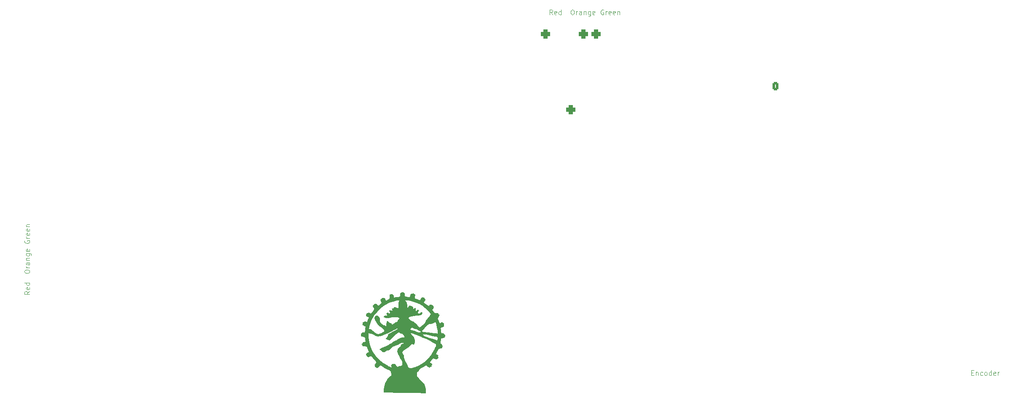
<source format=gto>
G04 #@! TF.GenerationSoftware,KiCad,Pcbnew,7.0.11-7.0.11~ubuntu22.04.1*
G04 #@! TF.CreationDate,2024-05-14T18:32:02+02:00*
G04 #@! TF.ProjectId,alpha4,616c7068-6134-42e6-9b69-6361645f7063,rev?*
G04 #@! TF.SameCoordinates,Original*
G04 #@! TF.FileFunction,Legend,Top*
G04 #@! TF.FilePolarity,Positive*
%FSLAX46Y46*%
G04 Gerber Fmt 4.6, Leading zero omitted, Abs format (unit mm)*
G04 Created by KiCad (PCBNEW 7.0.11-7.0.11~ubuntu22.04.1) date 2024-05-14 18:32:02*
%MOMM*%
%LPD*%
G01*
G04 APERTURE LIST*
G04 Aperture macros list*
%AMRoundRect*
0 Rectangle with rounded corners*
0 $1 Rounding radius*
0 $2 $3 $4 $5 $6 $7 $8 $9 X,Y pos of 4 corners*
0 Add a 4 corners polygon primitive as box body*
4,1,4,$2,$3,$4,$5,$6,$7,$8,$9,$2,$3,0*
0 Add four circle primitives for the rounded corners*
1,1,$1+$1,$2,$3*
1,1,$1+$1,$4,$5*
1,1,$1+$1,$6,$7*
1,1,$1+$1,$8,$9*
0 Add four rect primitives between the rounded corners*
20,1,$1+$1,$2,$3,$4,$5,0*
20,1,$1+$1,$4,$5,$6,$7,0*
20,1,$1+$1,$6,$7,$8,$9,0*
20,1,$1+$1,$8,$9,$2,$3,0*%
G04 Aperture macros list end*
%ADD10C,0.100000*%
%ADD11C,5.000000*%
%ADD12C,2.500000*%
%ADD13R,1.800000X1.800000*%
%ADD14C,1.800000*%
%ADD15O,1.200000X1.750000*%
%ADD16RoundRect,0.250000X0.350000X0.625000X-0.350000X0.625000X-0.350000X-0.625000X0.350000X-0.625000X0*%
%ADD17RoundRect,0.450000X-0.450000X0.450000X-0.450000X-0.450000X0.450000X-0.450000X0.450000X0.450000X0*%
%ADD18O,4.340000X1.800000*%
%ADD19C,0.850000*%
G04 APERTURE END LIST*
D10*
X217463884Y-95198609D02*
X217797217Y-95198609D01*
X217940074Y-95722419D02*
X217463884Y-95722419D01*
X217463884Y-95722419D02*
X217463884Y-94722419D01*
X217463884Y-94722419D02*
X217940074Y-94722419D01*
X218368646Y-95055752D02*
X218368646Y-95722419D01*
X218368646Y-95150990D02*
X218416265Y-95103371D01*
X218416265Y-95103371D02*
X218511503Y-95055752D01*
X218511503Y-95055752D02*
X218654360Y-95055752D01*
X218654360Y-95055752D02*
X218749598Y-95103371D01*
X218749598Y-95103371D02*
X218797217Y-95198609D01*
X218797217Y-95198609D02*
X218797217Y-95722419D01*
X219701979Y-95674800D02*
X219606741Y-95722419D01*
X219606741Y-95722419D02*
X219416265Y-95722419D01*
X219416265Y-95722419D02*
X219321027Y-95674800D01*
X219321027Y-95674800D02*
X219273408Y-95627180D01*
X219273408Y-95627180D02*
X219225789Y-95531942D01*
X219225789Y-95531942D02*
X219225789Y-95246228D01*
X219225789Y-95246228D02*
X219273408Y-95150990D01*
X219273408Y-95150990D02*
X219321027Y-95103371D01*
X219321027Y-95103371D02*
X219416265Y-95055752D01*
X219416265Y-95055752D02*
X219606741Y-95055752D01*
X219606741Y-95055752D02*
X219701979Y-95103371D01*
X220273408Y-95722419D02*
X220178170Y-95674800D01*
X220178170Y-95674800D02*
X220130551Y-95627180D01*
X220130551Y-95627180D02*
X220082932Y-95531942D01*
X220082932Y-95531942D02*
X220082932Y-95246228D01*
X220082932Y-95246228D02*
X220130551Y-95150990D01*
X220130551Y-95150990D02*
X220178170Y-95103371D01*
X220178170Y-95103371D02*
X220273408Y-95055752D01*
X220273408Y-95055752D02*
X220416265Y-95055752D01*
X220416265Y-95055752D02*
X220511503Y-95103371D01*
X220511503Y-95103371D02*
X220559122Y-95150990D01*
X220559122Y-95150990D02*
X220606741Y-95246228D01*
X220606741Y-95246228D02*
X220606741Y-95531942D01*
X220606741Y-95531942D02*
X220559122Y-95627180D01*
X220559122Y-95627180D02*
X220511503Y-95674800D01*
X220511503Y-95674800D02*
X220416265Y-95722419D01*
X220416265Y-95722419D02*
X220273408Y-95722419D01*
X221463884Y-95722419D02*
X221463884Y-94722419D01*
X221463884Y-95674800D02*
X221368646Y-95722419D01*
X221368646Y-95722419D02*
X221178170Y-95722419D01*
X221178170Y-95722419D02*
X221082932Y-95674800D01*
X221082932Y-95674800D02*
X221035313Y-95627180D01*
X221035313Y-95627180D02*
X220987694Y-95531942D01*
X220987694Y-95531942D02*
X220987694Y-95246228D01*
X220987694Y-95246228D02*
X221035313Y-95150990D01*
X221035313Y-95150990D02*
X221082932Y-95103371D01*
X221082932Y-95103371D02*
X221178170Y-95055752D01*
X221178170Y-95055752D02*
X221368646Y-95055752D01*
X221368646Y-95055752D02*
X221463884Y-95103371D01*
X222321027Y-95674800D02*
X222225789Y-95722419D01*
X222225789Y-95722419D02*
X222035313Y-95722419D01*
X222035313Y-95722419D02*
X221940075Y-95674800D01*
X221940075Y-95674800D02*
X221892456Y-95579561D01*
X221892456Y-95579561D02*
X221892456Y-95198609D01*
X221892456Y-95198609D02*
X221940075Y-95103371D01*
X221940075Y-95103371D02*
X222035313Y-95055752D01*
X222035313Y-95055752D02*
X222225789Y-95055752D01*
X222225789Y-95055752D02*
X222321027Y-95103371D01*
X222321027Y-95103371D02*
X222368646Y-95198609D01*
X222368646Y-95198609D02*
X222368646Y-95293847D01*
X222368646Y-95293847D02*
X221892456Y-95389085D01*
X222797218Y-95722419D02*
X222797218Y-95055752D01*
X222797218Y-95246228D02*
X222844837Y-95150990D01*
X222844837Y-95150990D02*
X222892456Y-95103371D01*
X222892456Y-95103371D02*
X222987694Y-95055752D01*
X222987694Y-95055752D02*
X223082932Y-95055752D01*
X133275312Y-23032419D02*
X132941979Y-22556228D01*
X132703884Y-23032419D02*
X132703884Y-22032419D01*
X132703884Y-22032419D02*
X133084836Y-22032419D01*
X133084836Y-22032419D02*
X133180074Y-22080038D01*
X133180074Y-22080038D02*
X133227693Y-22127657D01*
X133227693Y-22127657D02*
X133275312Y-22222895D01*
X133275312Y-22222895D02*
X133275312Y-22365752D01*
X133275312Y-22365752D02*
X133227693Y-22460990D01*
X133227693Y-22460990D02*
X133180074Y-22508609D01*
X133180074Y-22508609D02*
X133084836Y-22556228D01*
X133084836Y-22556228D02*
X132703884Y-22556228D01*
X134084836Y-22984800D02*
X133989598Y-23032419D01*
X133989598Y-23032419D02*
X133799122Y-23032419D01*
X133799122Y-23032419D02*
X133703884Y-22984800D01*
X133703884Y-22984800D02*
X133656265Y-22889561D01*
X133656265Y-22889561D02*
X133656265Y-22508609D01*
X133656265Y-22508609D02*
X133703884Y-22413371D01*
X133703884Y-22413371D02*
X133799122Y-22365752D01*
X133799122Y-22365752D02*
X133989598Y-22365752D01*
X133989598Y-22365752D02*
X134084836Y-22413371D01*
X134084836Y-22413371D02*
X134132455Y-22508609D01*
X134132455Y-22508609D02*
X134132455Y-22603847D01*
X134132455Y-22603847D02*
X133656265Y-22699085D01*
X134989598Y-23032419D02*
X134989598Y-22032419D01*
X134989598Y-22984800D02*
X134894360Y-23032419D01*
X134894360Y-23032419D02*
X134703884Y-23032419D01*
X134703884Y-23032419D02*
X134608646Y-22984800D01*
X134608646Y-22984800D02*
X134561027Y-22937180D01*
X134561027Y-22937180D02*
X134513408Y-22841942D01*
X134513408Y-22841942D02*
X134513408Y-22556228D01*
X134513408Y-22556228D02*
X134561027Y-22460990D01*
X134561027Y-22460990D02*
X134608646Y-22413371D01*
X134608646Y-22413371D02*
X134703884Y-22365752D01*
X134703884Y-22365752D02*
X134894360Y-22365752D01*
X134894360Y-22365752D02*
X134989598Y-22413371D01*
X137180075Y-22032419D02*
X137370551Y-22032419D01*
X137370551Y-22032419D02*
X137465789Y-22080038D01*
X137465789Y-22080038D02*
X137561027Y-22175276D01*
X137561027Y-22175276D02*
X137608646Y-22365752D01*
X137608646Y-22365752D02*
X137608646Y-22699085D01*
X137608646Y-22699085D02*
X137561027Y-22889561D01*
X137561027Y-22889561D02*
X137465789Y-22984800D01*
X137465789Y-22984800D02*
X137370551Y-23032419D01*
X137370551Y-23032419D02*
X137180075Y-23032419D01*
X137180075Y-23032419D02*
X137084837Y-22984800D01*
X137084837Y-22984800D02*
X136989599Y-22889561D01*
X136989599Y-22889561D02*
X136941980Y-22699085D01*
X136941980Y-22699085D02*
X136941980Y-22365752D01*
X136941980Y-22365752D02*
X136989599Y-22175276D01*
X136989599Y-22175276D02*
X137084837Y-22080038D01*
X137084837Y-22080038D02*
X137180075Y-22032419D01*
X138037218Y-23032419D02*
X138037218Y-22365752D01*
X138037218Y-22556228D02*
X138084837Y-22460990D01*
X138084837Y-22460990D02*
X138132456Y-22413371D01*
X138132456Y-22413371D02*
X138227694Y-22365752D01*
X138227694Y-22365752D02*
X138322932Y-22365752D01*
X139084837Y-23032419D02*
X139084837Y-22508609D01*
X139084837Y-22508609D02*
X139037218Y-22413371D01*
X139037218Y-22413371D02*
X138941980Y-22365752D01*
X138941980Y-22365752D02*
X138751504Y-22365752D01*
X138751504Y-22365752D02*
X138656266Y-22413371D01*
X139084837Y-22984800D02*
X138989599Y-23032419D01*
X138989599Y-23032419D02*
X138751504Y-23032419D01*
X138751504Y-23032419D02*
X138656266Y-22984800D01*
X138656266Y-22984800D02*
X138608647Y-22889561D01*
X138608647Y-22889561D02*
X138608647Y-22794323D01*
X138608647Y-22794323D02*
X138656266Y-22699085D01*
X138656266Y-22699085D02*
X138751504Y-22651466D01*
X138751504Y-22651466D02*
X138989599Y-22651466D01*
X138989599Y-22651466D02*
X139084837Y-22603847D01*
X139561028Y-22365752D02*
X139561028Y-23032419D01*
X139561028Y-22460990D02*
X139608647Y-22413371D01*
X139608647Y-22413371D02*
X139703885Y-22365752D01*
X139703885Y-22365752D02*
X139846742Y-22365752D01*
X139846742Y-22365752D02*
X139941980Y-22413371D01*
X139941980Y-22413371D02*
X139989599Y-22508609D01*
X139989599Y-22508609D02*
X139989599Y-23032419D01*
X140894361Y-22365752D02*
X140894361Y-23175276D01*
X140894361Y-23175276D02*
X140846742Y-23270514D01*
X140846742Y-23270514D02*
X140799123Y-23318133D01*
X140799123Y-23318133D02*
X140703885Y-23365752D01*
X140703885Y-23365752D02*
X140561028Y-23365752D01*
X140561028Y-23365752D02*
X140465790Y-23318133D01*
X140894361Y-22984800D02*
X140799123Y-23032419D01*
X140799123Y-23032419D02*
X140608647Y-23032419D01*
X140608647Y-23032419D02*
X140513409Y-22984800D01*
X140513409Y-22984800D02*
X140465790Y-22937180D01*
X140465790Y-22937180D02*
X140418171Y-22841942D01*
X140418171Y-22841942D02*
X140418171Y-22556228D01*
X140418171Y-22556228D02*
X140465790Y-22460990D01*
X140465790Y-22460990D02*
X140513409Y-22413371D01*
X140513409Y-22413371D02*
X140608647Y-22365752D01*
X140608647Y-22365752D02*
X140799123Y-22365752D01*
X140799123Y-22365752D02*
X140894361Y-22413371D01*
X141751504Y-22984800D02*
X141656266Y-23032419D01*
X141656266Y-23032419D02*
X141465790Y-23032419D01*
X141465790Y-23032419D02*
X141370552Y-22984800D01*
X141370552Y-22984800D02*
X141322933Y-22889561D01*
X141322933Y-22889561D02*
X141322933Y-22508609D01*
X141322933Y-22508609D02*
X141370552Y-22413371D01*
X141370552Y-22413371D02*
X141465790Y-22365752D01*
X141465790Y-22365752D02*
X141656266Y-22365752D01*
X141656266Y-22365752D02*
X141751504Y-22413371D01*
X141751504Y-22413371D02*
X141799123Y-22508609D01*
X141799123Y-22508609D02*
X141799123Y-22603847D01*
X141799123Y-22603847D02*
X141322933Y-22699085D01*
X143513409Y-22080038D02*
X143418171Y-22032419D01*
X143418171Y-22032419D02*
X143275314Y-22032419D01*
X143275314Y-22032419D02*
X143132457Y-22080038D01*
X143132457Y-22080038D02*
X143037219Y-22175276D01*
X143037219Y-22175276D02*
X142989600Y-22270514D01*
X142989600Y-22270514D02*
X142941981Y-22460990D01*
X142941981Y-22460990D02*
X142941981Y-22603847D01*
X142941981Y-22603847D02*
X142989600Y-22794323D01*
X142989600Y-22794323D02*
X143037219Y-22889561D01*
X143037219Y-22889561D02*
X143132457Y-22984800D01*
X143132457Y-22984800D02*
X143275314Y-23032419D01*
X143275314Y-23032419D02*
X143370552Y-23032419D01*
X143370552Y-23032419D02*
X143513409Y-22984800D01*
X143513409Y-22984800D02*
X143561028Y-22937180D01*
X143561028Y-22937180D02*
X143561028Y-22603847D01*
X143561028Y-22603847D02*
X143370552Y-22603847D01*
X143989600Y-23032419D02*
X143989600Y-22365752D01*
X143989600Y-22556228D02*
X144037219Y-22460990D01*
X144037219Y-22460990D02*
X144084838Y-22413371D01*
X144084838Y-22413371D02*
X144180076Y-22365752D01*
X144180076Y-22365752D02*
X144275314Y-22365752D01*
X144989600Y-22984800D02*
X144894362Y-23032419D01*
X144894362Y-23032419D02*
X144703886Y-23032419D01*
X144703886Y-23032419D02*
X144608648Y-22984800D01*
X144608648Y-22984800D02*
X144561029Y-22889561D01*
X144561029Y-22889561D02*
X144561029Y-22508609D01*
X144561029Y-22508609D02*
X144608648Y-22413371D01*
X144608648Y-22413371D02*
X144703886Y-22365752D01*
X144703886Y-22365752D02*
X144894362Y-22365752D01*
X144894362Y-22365752D02*
X144989600Y-22413371D01*
X144989600Y-22413371D02*
X145037219Y-22508609D01*
X145037219Y-22508609D02*
X145037219Y-22603847D01*
X145037219Y-22603847D02*
X144561029Y-22699085D01*
X145846743Y-22984800D02*
X145751505Y-23032419D01*
X145751505Y-23032419D02*
X145561029Y-23032419D01*
X145561029Y-23032419D02*
X145465791Y-22984800D01*
X145465791Y-22984800D02*
X145418172Y-22889561D01*
X145418172Y-22889561D02*
X145418172Y-22508609D01*
X145418172Y-22508609D02*
X145465791Y-22413371D01*
X145465791Y-22413371D02*
X145561029Y-22365752D01*
X145561029Y-22365752D02*
X145751505Y-22365752D01*
X145751505Y-22365752D02*
X145846743Y-22413371D01*
X145846743Y-22413371D02*
X145894362Y-22508609D01*
X145894362Y-22508609D02*
X145894362Y-22603847D01*
X145894362Y-22603847D02*
X145418172Y-22699085D01*
X146322934Y-22365752D02*
X146322934Y-23032419D01*
X146322934Y-22460990D02*
X146370553Y-22413371D01*
X146370553Y-22413371D02*
X146465791Y-22365752D01*
X146465791Y-22365752D02*
X146608648Y-22365752D01*
X146608648Y-22365752D02*
X146703886Y-22413371D01*
X146703886Y-22413371D02*
X146751505Y-22508609D01*
X146751505Y-22508609D02*
X146751505Y-23032419D01*
X28162419Y-78774687D02*
X27686228Y-79108020D01*
X28162419Y-79346115D02*
X27162419Y-79346115D01*
X27162419Y-79346115D02*
X27162419Y-78965163D01*
X27162419Y-78965163D02*
X27210038Y-78869925D01*
X27210038Y-78869925D02*
X27257657Y-78822306D01*
X27257657Y-78822306D02*
X27352895Y-78774687D01*
X27352895Y-78774687D02*
X27495752Y-78774687D01*
X27495752Y-78774687D02*
X27590990Y-78822306D01*
X27590990Y-78822306D02*
X27638609Y-78869925D01*
X27638609Y-78869925D02*
X27686228Y-78965163D01*
X27686228Y-78965163D02*
X27686228Y-79346115D01*
X28114800Y-77965163D02*
X28162419Y-78060401D01*
X28162419Y-78060401D02*
X28162419Y-78250877D01*
X28162419Y-78250877D02*
X28114800Y-78346115D01*
X28114800Y-78346115D02*
X28019561Y-78393734D01*
X28019561Y-78393734D02*
X27638609Y-78393734D01*
X27638609Y-78393734D02*
X27543371Y-78346115D01*
X27543371Y-78346115D02*
X27495752Y-78250877D01*
X27495752Y-78250877D02*
X27495752Y-78060401D01*
X27495752Y-78060401D02*
X27543371Y-77965163D01*
X27543371Y-77965163D02*
X27638609Y-77917544D01*
X27638609Y-77917544D02*
X27733847Y-77917544D01*
X27733847Y-77917544D02*
X27829085Y-78393734D01*
X28162419Y-77060401D02*
X27162419Y-77060401D01*
X28114800Y-77060401D02*
X28162419Y-77155639D01*
X28162419Y-77155639D02*
X28162419Y-77346115D01*
X28162419Y-77346115D02*
X28114800Y-77441353D01*
X28114800Y-77441353D02*
X28067180Y-77488972D01*
X28067180Y-77488972D02*
X27971942Y-77536591D01*
X27971942Y-77536591D02*
X27686228Y-77536591D01*
X27686228Y-77536591D02*
X27590990Y-77488972D01*
X27590990Y-77488972D02*
X27543371Y-77441353D01*
X27543371Y-77441353D02*
X27495752Y-77346115D01*
X27495752Y-77346115D02*
X27495752Y-77155639D01*
X27495752Y-77155639D02*
X27543371Y-77060401D01*
X27162419Y-74869924D02*
X27162419Y-74679448D01*
X27162419Y-74679448D02*
X27210038Y-74584210D01*
X27210038Y-74584210D02*
X27305276Y-74488972D01*
X27305276Y-74488972D02*
X27495752Y-74441353D01*
X27495752Y-74441353D02*
X27829085Y-74441353D01*
X27829085Y-74441353D02*
X28019561Y-74488972D01*
X28019561Y-74488972D02*
X28114800Y-74584210D01*
X28114800Y-74584210D02*
X28162419Y-74679448D01*
X28162419Y-74679448D02*
X28162419Y-74869924D01*
X28162419Y-74869924D02*
X28114800Y-74965162D01*
X28114800Y-74965162D02*
X28019561Y-75060400D01*
X28019561Y-75060400D02*
X27829085Y-75108019D01*
X27829085Y-75108019D02*
X27495752Y-75108019D01*
X27495752Y-75108019D02*
X27305276Y-75060400D01*
X27305276Y-75060400D02*
X27210038Y-74965162D01*
X27210038Y-74965162D02*
X27162419Y-74869924D01*
X28162419Y-74012781D02*
X27495752Y-74012781D01*
X27686228Y-74012781D02*
X27590990Y-73965162D01*
X27590990Y-73965162D02*
X27543371Y-73917543D01*
X27543371Y-73917543D02*
X27495752Y-73822305D01*
X27495752Y-73822305D02*
X27495752Y-73727067D01*
X28162419Y-72965162D02*
X27638609Y-72965162D01*
X27638609Y-72965162D02*
X27543371Y-73012781D01*
X27543371Y-73012781D02*
X27495752Y-73108019D01*
X27495752Y-73108019D02*
X27495752Y-73298495D01*
X27495752Y-73298495D02*
X27543371Y-73393733D01*
X28114800Y-72965162D02*
X28162419Y-73060400D01*
X28162419Y-73060400D02*
X28162419Y-73298495D01*
X28162419Y-73298495D02*
X28114800Y-73393733D01*
X28114800Y-73393733D02*
X28019561Y-73441352D01*
X28019561Y-73441352D02*
X27924323Y-73441352D01*
X27924323Y-73441352D02*
X27829085Y-73393733D01*
X27829085Y-73393733D02*
X27781466Y-73298495D01*
X27781466Y-73298495D02*
X27781466Y-73060400D01*
X27781466Y-73060400D02*
X27733847Y-72965162D01*
X27495752Y-72488971D02*
X28162419Y-72488971D01*
X27590990Y-72488971D02*
X27543371Y-72441352D01*
X27543371Y-72441352D02*
X27495752Y-72346114D01*
X27495752Y-72346114D02*
X27495752Y-72203257D01*
X27495752Y-72203257D02*
X27543371Y-72108019D01*
X27543371Y-72108019D02*
X27638609Y-72060400D01*
X27638609Y-72060400D02*
X28162419Y-72060400D01*
X27495752Y-71155638D02*
X28305276Y-71155638D01*
X28305276Y-71155638D02*
X28400514Y-71203257D01*
X28400514Y-71203257D02*
X28448133Y-71250876D01*
X28448133Y-71250876D02*
X28495752Y-71346114D01*
X28495752Y-71346114D02*
X28495752Y-71488971D01*
X28495752Y-71488971D02*
X28448133Y-71584209D01*
X28114800Y-71155638D02*
X28162419Y-71250876D01*
X28162419Y-71250876D02*
X28162419Y-71441352D01*
X28162419Y-71441352D02*
X28114800Y-71536590D01*
X28114800Y-71536590D02*
X28067180Y-71584209D01*
X28067180Y-71584209D02*
X27971942Y-71631828D01*
X27971942Y-71631828D02*
X27686228Y-71631828D01*
X27686228Y-71631828D02*
X27590990Y-71584209D01*
X27590990Y-71584209D02*
X27543371Y-71536590D01*
X27543371Y-71536590D02*
X27495752Y-71441352D01*
X27495752Y-71441352D02*
X27495752Y-71250876D01*
X27495752Y-71250876D02*
X27543371Y-71155638D01*
X28114800Y-70298495D02*
X28162419Y-70393733D01*
X28162419Y-70393733D02*
X28162419Y-70584209D01*
X28162419Y-70584209D02*
X28114800Y-70679447D01*
X28114800Y-70679447D02*
X28019561Y-70727066D01*
X28019561Y-70727066D02*
X27638609Y-70727066D01*
X27638609Y-70727066D02*
X27543371Y-70679447D01*
X27543371Y-70679447D02*
X27495752Y-70584209D01*
X27495752Y-70584209D02*
X27495752Y-70393733D01*
X27495752Y-70393733D02*
X27543371Y-70298495D01*
X27543371Y-70298495D02*
X27638609Y-70250876D01*
X27638609Y-70250876D02*
X27733847Y-70250876D01*
X27733847Y-70250876D02*
X27829085Y-70727066D01*
X27210038Y-68536590D02*
X27162419Y-68631828D01*
X27162419Y-68631828D02*
X27162419Y-68774685D01*
X27162419Y-68774685D02*
X27210038Y-68917542D01*
X27210038Y-68917542D02*
X27305276Y-69012780D01*
X27305276Y-69012780D02*
X27400514Y-69060399D01*
X27400514Y-69060399D02*
X27590990Y-69108018D01*
X27590990Y-69108018D02*
X27733847Y-69108018D01*
X27733847Y-69108018D02*
X27924323Y-69060399D01*
X27924323Y-69060399D02*
X28019561Y-69012780D01*
X28019561Y-69012780D02*
X28114800Y-68917542D01*
X28114800Y-68917542D02*
X28162419Y-68774685D01*
X28162419Y-68774685D02*
X28162419Y-68679447D01*
X28162419Y-68679447D02*
X28114800Y-68536590D01*
X28114800Y-68536590D02*
X28067180Y-68488971D01*
X28067180Y-68488971D02*
X27733847Y-68488971D01*
X27733847Y-68488971D02*
X27733847Y-68679447D01*
X28162419Y-68060399D02*
X27495752Y-68060399D01*
X27686228Y-68060399D02*
X27590990Y-68012780D01*
X27590990Y-68012780D02*
X27543371Y-67965161D01*
X27543371Y-67965161D02*
X27495752Y-67869923D01*
X27495752Y-67869923D02*
X27495752Y-67774685D01*
X28114800Y-67060399D02*
X28162419Y-67155637D01*
X28162419Y-67155637D02*
X28162419Y-67346113D01*
X28162419Y-67346113D02*
X28114800Y-67441351D01*
X28114800Y-67441351D02*
X28019561Y-67488970D01*
X28019561Y-67488970D02*
X27638609Y-67488970D01*
X27638609Y-67488970D02*
X27543371Y-67441351D01*
X27543371Y-67441351D02*
X27495752Y-67346113D01*
X27495752Y-67346113D02*
X27495752Y-67155637D01*
X27495752Y-67155637D02*
X27543371Y-67060399D01*
X27543371Y-67060399D02*
X27638609Y-67012780D01*
X27638609Y-67012780D02*
X27733847Y-67012780D01*
X27733847Y-67012780D02*
X27829085Y-67488970D01*
X28114800Y-66203256D02*
X28162419Y-66298494D01*
X28162419Y-66298494D02*
X28162419Y-66488970D01*
X28162419Y-66488970D02*
X28114800Y-66584208D01*
X28114800Y-66584208D02*
X28019561Y-66631827D01*
X28019561Y-66631827D02*
X27638609Y-66631827D01*
X27638609Y-66631827D02*
X27543371Y-66584208D01*
X27543371Y-66584208D02*
X27495752Y-66488970D01*
X27495752Y-66488970D02*
X27495752Y-66298494D01*
X27495752Y-66298494D02*
X27543371Y-66203256D01*
X27543371Y-66203256D02*
X27638609Y-66155637D01*
X27638609Y-66155637D02*
X27733847Y-66155637D01*
X27733847Y-66155637D02*
X27829085Y-66631827D01*
X27495752Y-65727065D02*
X28162419Y-65727065D01*
X27590990Y-65727065D02*
X27543371Y-65679446D01*
X27543371Y-65679446D02*
X27495752Y-65584208D01*
X27495752Y-65584208D02*
X27495752Y-65441351D01*
X27495752Y-65441351D02*
X27543371Y-65346113D01*
X27543371Y-65346113D02*
X27638609Y-65298494D01*
X27638609Y-65298494D02*
X28162419Y-65298494D01*
G36*
X103342257Y-79001820D02*
G01*
X103490863Y-79099192D01*
X103555454Y-79246963D01*
X103568006Y-79455089D01*
X103578556Y-79678295D01*
X103638532Y-79787975D01*
X103792121Y-79839853D01*
X103886167Y-79856323D01*
X104244589Y-79907500D01*
X104472215Y-79909030D01*
X104603380Y-79848743D01*
X104672421Y-79714472D01*
X104702648Y-79566983D01*
X104757521Y-79340293D01*
X104838065Y-79250126D01*
X104903970Y-79247370D01*
X105096910Y-79229461D01*
X105165633Y-79199206D01*
X105295598Y-79176906D01*
X105334966Y-79207495D01*
X105454201Y-79302763D01*
X105546422Y-79346236D01*
X105626861Y-79391815D01*
X105663866Y-79476459D01*
X105658645Y-79635813D01*
X105612403Y-79905523D01*
X105572055Y-80103580D01*
X105637268Y-80165713D01*
X105821617Y-80266336D01*
X106085821Y-80384120D01*
X106097421Y-80388857D01*
X106425206Y-80507025D01*
X106631749Y-80534662D01*
X106742433Y-80465945D01*
X106782642Y-80295047D01*
X106784704Y-80231145D01*
X106853599Y-80078791D01*
X106955334Y-79995333D01*
X107091682Y-79947383D01*
X107124667Y-79995333D01*
X107171420Y-80043283D01*
X107294000Y-79995333D01*
X107424029Y-79948185D01*
X107462817Y-80016436D01*
X107463334Y-80037345D01*
X107531879Y-80181303D01*
X107590334Y-80218715D01*
X107702701Y-80338214D01*
X107682818Y-80553007D01*
X107564337Y-80799667D01*
X107411973Y-81053667D01*
X107937529Y-81451632D01*
X108201324Y-81648997D01*
X108360961Y-81754124D01*
X108447045Y-81777308D01*
X108490182Y-81728840D01*
X108514286Y-81645599D01*
X108582139Y-81502883D01*
X108723882Y-81456864D01*
X108839319Y-81459300D01*
X109150541Y-81540373D01*
X109339969Y-81715924D01*
X109393002Y-81955665D01*
X109295037Y-82229308D01*
X109244704Y-82300152D01*
X109078741Y-82511140D01*
X109327231Y-82849034D01*
X109491728Y-83053132D01*
X109635243Y-83150221D01*
X109827572Y-83176236D01*
X109958406Y-83174007D01*
X110211375Y-83181127D01*
X110343102Y-83234439D01*
X110389584Y-83313876D01*
X110468649Y-83441758D01*
X110522744Y-83466667D01*
X110570779Y-83527953D01*
X110539786Y-83678390D01*
X110447038Y-83867840D01*
X110330716Y-84024110D01*
X110233924Y-84147507D01*
X110214998Y-84263838D01*
X110270907Y-84441435D01*
X110308177Y-84532110D01*
X110416493Y-84795535D01*
X110508923Y-85027363D01*
X110523549Y-85065341D01*
X110591336Y-85203535D01*
X110671332Y-85196980D01*
X110752986Y-85128841D01*
X110921627Y-85024849D01*
X111083987Y-84993015D01*
X111181034Y-85040587D01*
X111188667Y-85075333D01*
X111257893Y-85148863D01*
X111325542Y-85160000D01*
X111424131Y-85211893D01*
X111418157Y-85329249D01*
X111414445Y-85486768D01*
X111450844Y-85546054D01*
X111490952Y-85646544D01*
X111411912Y-85786397D01*
X111245093Y-85927395D01*
X111064045Y-86017335D01*
X110865073Y-86113555D01*
X110799627Y-86226706D01*
X110805479Y-86297961D01*
X110837713Y-86487185D01*
X110877285Y-86758018D01*
X110892437Y-86871421D01*
X110930536Y-87111718D01*
X110986555Y-87226098D01*
X111096394Y-87257022D01*
X111214560Y-87252421D01*
X111399506Y-87258946D01*
X111484407Y-87299219D01*
X111485000Y-87303789D01*
X111549666Y-87397202D01*
X111633655Y-87456436D01*
X111738309Y-87576728D01*
X111729334Y-87767980D01*
X111599044Y-88039868D01*
X111361011Y-88182474D01*
X111147561Y-88208000D01*
X111005785Y-88215717D01*
X110919896Y-88264040D01*
X110866179Y-88390724D01*
X110820918Y-88633525D01*
X110801869Y-88758333D01*
X110762693Y-89063318D01*
X110761480Y-89234361D01*
X110799775Y-89302890D01*
X110828888Y-89308667D01*
X110937449Y-89379157D01*
X111019334Y-89520333D01*
X111112289Y-89677548D01*
X111199694Y-89732000D01*
X111233437Y-89779894D01*
X111159271Y-89887037D01*
X111074442Y-90025567D01*
X111080197Y-90103308D01*
X111083363Y-90187579D01*
X110961266Y-90265507D01*
X110757293Y-90315542D01*
X110637160Y-90323370D01*
X110493827Y-90339490D01*
X110384626Y-90408908D01*
X110277159Y-90565823D01*
X110139029Y-90844432D01*
X110134632Y-90853833D01*
X110007116Y-91124738D01*
X109908668Y-91330384D01*
X109860206Y-91427087D01*
X109859868Y-91427647D01*
X109910322Y-91483773D01*
X110069947Y-91561694D01*
X110094409Y-91571169D01*
X110273267Y-91664373D01*
X110316657Y-91777184D01*
X110303402Y-91836897D01*
X110294895Y-91993571D01*
X110333041Y-92054796D01*
X110337487Y-92142588D01*
X110239646Y-92294354D01*
X110211138Y-92326502D01*
X110078720Y-92457214D01*
X109964192Y-92503858D01*
X109801311Y-92477267D01*
X109626700Y-92422080D01*
X109246761Y-92296999D01*
X108914891Y-92690577D01*
X108583021Y-93084155D01*
X108827511Y-93224473D01*
X108982288Y-93351615D01*
X109068266Y-93491896D01*
X109065705Y-93597992D01*
X108995260Y-93626667D01*
X108951708Y-93694093D01*
X108962801Y-93796000D01*
X108959742Y-93929284D01*
X108828465Y-93965333D01*
X108827875Y-93965333D01*
X108685020Y-93999030D01*
X108648667Y-94050000D01*
X108594157Y-94131711D01*
X108450550Y-94102842D01*
X108247726Y-93973299D01*
X108142152Y-93882054D01*
X107871730Y-93629442D01*
X107604032Y-93827792D01*
X107374753Y-93982814D01*
X107077443Y-94165020D01*
X106891920Y-94270904D01*
X106624640Y-94442685D01*
X106472192Y-94594231D01*
X106447420Y-94661881D01*
X106381843Y-94812648D01*
X106246671Y-94939575D01*
X106121535Y-95053411D01*
X106058558Y-95219061D01*
X106036502Y-95493723D01*
X106036202Y-95506376D01*
X106032251Y-95652093D01*
X106037524Y-95770300D01*
X106066488Y-95880718D01*
X106133609Y-96003071D01*
X106253353Y-96157081D01*
X106440186Y-96362471D01*
X106708574Y-96638963D01*
X107072983Y-97006280D01*
X107314204Y-97248758D01*
X107532255Y-97571778D01*
X107689929Y-98028390D01*
X107779411Y-98591214D01*
X107796779Y-98939500D01*
X107802000Y-99299333D01*
X105791167Y-99280979D01*
X105089288Y-99273258D01*
X104277884Y-99262179D01*
X103416708Y-99248694D01*
X102565511Y-99233755D01*
X101784047Y-99218314D01*
X101579000Y-99213878D01*
X100987116Y-99200141D01*
X100453813Y-99186557D01*
X100001598Y-99173797D01*
X99652982Y-99162533D01*
X99430473Y-99153437D01*
X99356500Y-99147565D01*
X99343001Y-99060453D01*
X99335736Y-98865760D01*
X99335334Y-98801719D01*
X99358668Y-98484256D01*
X99420462Y-98112906D01*
X99508406Y-97736578D01*
X99610185Y-97404183D01*
X99713489Y-97164631D01*
X99766067Y-97090600D01*
X99887851Y-96909078D01*
X99993572Y-96655860D01*
X100009503Y-96601748D01*
X100109937Y-96355332D01*
X100286015Y-96169583D01*
X100469717Y-96049193D01*
X100692164Y-95902516D01*
X100846193Y-95770692D01*
X100882812Y-95719603D01*
X100888453Y-95575923D01*
X100853953Y-95337985D01*
X100822605Y-95198992D01*
X100755263Y-94970563D01*
X100668137Y-94824788D01*
X100516303Y-94715247D01*
X100254841Y-94595520D01*
X100227395Y-94583923D01*
X99892253Y-94427641D01*
X99504702Y-94225213D01*
X99182988Y-94040788D01*
X98630265Y-93704998D01*
X98364935Y-93962165D01*
X98145722Y-94143584D01*
X97983447Y-94217075D01*
X97901464Y-94174047D01*
X97896000Y-94134667D01*
X97824874Y-94066541D01*
X97721670Y-94050000D01*
X97603668Y-94016537D01*
X97601959Y-93961624D01*
X97601787Y-93830143D01*
X97558747Y-93755370D01*
X97514860Y-93582603D01*
X97607355Y-93372100D01*
X97762770Y-93208504D01*
X97811022Y-93142998D01*
X97799195Y-93050208D01*
X97712841Y-92902786D01*
X97537510Y-92673386D01*
X97375003Y-92474634D01*
X97144549Y-92205206D01*
X96949397Y-91993940D01*
X96816908Y-91869609D01*
X96779740Y-91848667D01*
X96657283Y-91884619D01*
X96463785Y-91972079D01*
X96446079Y-91981142D01*
X96263606Y-92061919D01*
X96145753Y-92045594D01*
X96010525Y-91919789D01*
X96005783Y-91914670D01*
X95868009Y-91695309D01*
X95808968Y-91478003D01*
X95831367Y-91299493D01*
X95952326Y-91182396D01*
X96077270Y-91122874D01*
X96358271Y-91005464D01*
X96140818Y-90457384D01*
X95923364Y-89909305D01*
X95491515Y-89884152D01*
X95228927Y-89857387D01*
X95097456Y-89806433D01*
X95059107Y-89715758D01*
X95058927Y-89707288D01*
X95003309Y-89541717D01*
X94949086Y-89488147D01*
X94888704Y-89411734D01*
X94970993Y-89311993D01*
X95080793Y-89167659D01*
X95102000Y-89086633D01*
X95181030Y-88998333D01*
X95407392Y-88970000D01*
X95607739Y-88955287D01*
X95673642Y-88899464D01*
X95661392Y-88836075D01*
X95627590Y-88666012D01*
X95610507Y-88419614D01*
X95610000Y-88372022D01*
X95594111Y-88150742D01*
X95525795Y-88042697D01*
X95398334Y-87997946D01*
X95137926Y-87943793D01*
X94970157Y-87908838D01*
X94801578Y-87825308D01*
X94777544Y-87718338D01*
X94763919Y-87533880D01*
X94736966Y-87470255D01*
X94732768Y-87330834D01*
X94824338Y-87215335D01*
X96264206Y-87215335D01*
X96308118Y-88075724D01*
X96442204Y-89078923D01*
X96733593Y-90045036D01*
X97171624Y-90958478D01*
X97745637Y-91803665D01*
X98444973Y-92565013D01*
X99258970Y-93226938D01*
X100176970Y-93773856D01*
X100220790Y-93795630D01*
X100590806Y-93970918D01*
X100824346Y-94063020D01*
X100931245Y-94073992D01*
X100921339Y-94005892D01*
X100865523Y-93930458D01*
X100807133Y-93772365D01*
X100853368Y-93637813D01*
X101035658Y-93450186D01*
X101281574Y-93383420D01*
X101539844Y-93433992D01*
X101759194Y-93598378D01*
X101829679Y-93704910D01*
X101989363Y-93930146D01*
X102149513Y-93987028D01*
X102282792Y-93908637D01*
X102441494Y-93830583D01*
X102671221Y-93796088D01*
X102682736Y-93796000D01*
X102937735Y-93751353D01*
X103074837Y-93608824D01*
X103099678Y-93355533D01*
X103026936Y-93009166D01*
X102908243Y-92689662D01*
X102754809Y-92386193D01*
X102683328Y-92276717D01*
X102548990Y-92069486D01*
X102473793Y-91904382D01*
X102468000Y-91870059D01*
X102423108Y-91733359D01*
X102310368Y-91526862D01*
X102256334Y-91443521D01*
X102106773Y-91145794D01*
X102098068Y-91104879D01*
X103060667Y-91104879D01*
X103119600Y-91270321D01*
X103262037Y-91450635D01*
X103268365Y-91456574D01*
X103421535Y-91664647D01*
X103428991Y-91829067D01*
X103435088Y-92048369D01*
X103528041Y-92383789D01*
X103699619Y-92811330D01*
X103925061Y-93275431D01*
X104052517Y-93542986D01*
X104138302Y-93767359D01*
X104161334Y-93873984D01*
X104232417Y-93995792D01*
X104407115Y-94131408D01*
X104627598Y-94243556D01*
X104811363Y-94292994D01*
X104932785Y-94271243D01*
X105169092Y-94203718D01*
X105476339Y-94103351D01*
X105587374Y-94064671D01*
X106555397Y-93633881D01*
X107440627Y-93061228D01*
X108228509Y-92359826D01*
X108904485Y-91542790D01*
X109453998Y-90623232D01*
X109490824Y-90548188D01*
X109689562Y-90130845D01*
X109816572Y-89838045D01*
X109876410Y-89643156D01*
X109873634Y-89519544D01*
X109812803Y-89440577D01*
X109698472Y-89379623D01*
X109691321Y-89376522D01*
X109471117Y-89264464D01*
X109204592Y-89106756D01*
X109114334Y-89048426D01*
X108527409Y-88703174D01*
X107815243Y-88359472D01*
X107020858Y-88037876D01*
X106927953Y-88003881D01*
X106512200Y-87845125D01*
X106085653Y-87668710D01*
X105721023Y-87505105D01*
X105678482Y-87484326D01*
X107238249Y-87484326D01*
X107300054Y-87574865D01*
X107343431Y-87623175D01*
X107462481Y-87742584D01*
X107595720Y-87838917D01*
X107775563Y-87926280D01*
X108034423Y-88018781D01*
X108404714Y-88130524D01*
X108705589Y-88215969D01*
X109095643Y-88330369D01*
X109445252Y-88441708D01*
X109709371Y-88535155D01*
X109822750Y-88583781D01*
X110010151Y-88646212D01*
X110119742Y-88581001D01*
X110166679Y-88373055D01*
X110171370Y-88236609D01*
X110157912Y-88066304D01*
X110084379Y-87977111D01*
X109904302Y-87926904D01*
X109812834Y-87911594D01*
X109570474Y-87865453D01*
X109222430Y-87789800D01*
X108826948Y-87697547D01*
X108633324Y-87650152D01*
X108243663Y-87561029D01*
X107879651Y-87491626D01*
X107595952Y-87451777D01*
X107498368Y-87446000D01*
X107296069Y-87450844D01*
X107238249Y-87484326D01*
X105678482Y-87484326D01*
X105620147Y-87455833D01*
X105269032Y-87297132D01*
X104991186Y-87208031D01*
X104811424Y-87194351D01*
X104754000Y-87252592D01*
X104809104Y-87339766D01*
X104952962Y-87507696D01*
X105136636Y-87701661D01*
X105348778Y-87930200D01*
X105470294Y-88118096D01*
X105533820Y-88336053D01*
X105570836Y-88642330D01*
X105587374Y-89075645D01*
X105540201Y-89355754D01*
X105427402Y-89487104D01*
X105247065Y-89474143D01*
X105218173Y-89461914D01*
X105107756Y-89425381D01*
X105000600Y-89440273D01*
X104863822Y-89525186D01*
X104664540Y-89698716D01*
X104465115Y-89887798D01*
X104212079Y-90120896D01*
X103997819Y-90300233D01*
X103855662Y-90398653D01*
X103825030Y-90409333D01*
X103675971Y-90466968D01*
X103476110Y-90610203D01*
X103274352Y-90794538D01*
X103119604Y-90975470D01*
X103060667Y-91104879D01*
X102098068Y-91104879D01*
X102044819Y-90854587D01*
X102044667Y-90842171D01*
X102105654Y-90559122D01*
X102261072Y-90271392D01*
X102469608Y-90041327D01*
X102640815Y-89942562D01*
X102768474Y-89847090D01*
X102765707Y-89736327D01*
X102796285Y-89588335D01*
X102936484Y-89438789D01*
X103133157Y-89332818D01*
X103269355Y-89308667D01*
X103383925Y-89263863D01*
X103399334Y-89224000D01*
X103330271Y-89149692D01*
X103156143Y-89137037D01*
X102926533Y-89178725D01*
X102691029Y-89267443D01*
X102556311Y-89348311D01*
X102338286Y-89475817D01*
X102020180Y-89622319D01*
X101664499Y-89759488D01*
X101602654Y-89780554D01*
X101236765Y-89914066D01*
X101004310Y-90031458D01*
X100872922Y-90151009D01*
X100836976Y-90212926D01*
X100669292Y-90422168D01*
X100414123Y-90589631D01*
X100152538Y-90663059D01*
X100138222Y-90663333D01*
X99987056Y-90712144D01*
X99780929Y-90833499D01*
X99723859Y-90875000D01*
X99488592Y-91033212D01*
X99322000Y-91074898D01*
X99174863Y-91005079D01*
X99101762Y-90938500D01*
X98927949Y-90784526D01*
X98712417Y-90615958D01*
X98703743Y-90609643D01*
X98454630Y-90428952D01*
X98958482Y-90179255D01*
X99326743Y-90005238D01*
X99731175Y-89826596D01*
X99962828Y-89730734D01*
X100306031Y-89571431D01*
X100648678Y-89376365D01*
X100826073Y-89255016D01*
X101120856Y-89049053D01*
X101438739Y-88854413D01*
X101553245Y-88792512D01*
X101841732Y-88630597D01*
X102116676Y-88453177D01*
X102183483Y-88404533D01*
X102402005Y-88289381D01*
X102722487Y-88177883D01*
X103078256Y-88089079D01*
X103402639Y-88042012D01*
X103462834Y-88039157D01*
X103479938Y-87967287D01*
X103484000Y-87865485D01*
X103411987Y-87655221D01*
X103234122Y-87452682D01*
X103007667Y-87311064D01*
X102850191Y-87276667D01*
X102668341Y-87232574D01*
X102583285Y-87149667D01*
X102516118Y-87051265D01*
X102405697Y-87042153D01*
X102227128Y-87130595D01*
X101955520Y-87324852D01*
X101880255Y-87383042D01*
X101337606Y-87833154D01*
X100924407Y-88239153D01*
X100702919Y-88504333D01*
X100558097Y-88659072D01*
X100473694Y-88666384D01*
X100465957Y-88652500D01*
X100355827Y-88568133D01*
X100233460Y-88546667D01*
X100009366Y-88496509D01*
X99888047Y-88431877D01*
X99802949Y-88355379D01*
X99796091Y-88272045D01*
X99878789Y-88136898D01*
X100001646Y-87980382D01*
X100163111Y-87741079D01*
X100227045Y-87558041D01*
X100221396Y-87511209D01*
X100232757Y-87414059D01*
X100365521Y-87323247D01*
X100578448Y-87241567D01*
X100791709Y-87151996D01*
X101069130Y-87011092D01*
X101377916Y-86838805D01*
X101685268Y-86655085D01*
X101958389Y-86479881D01*
X101993551Y-86454846D01*
X104698986Y-86454846D01*
X104831645Y-86529410D01*
X105071500Y-86596665D01*
X105405879Y-86702724D01*
X105755622Y-86848347D01*
X105854667Y-86897812D01*
X106094981Y-87007251D01*
X106285592Y-87062181D01*
X106348425Y-87061369D01*
X106519974Y-87030500D01*
X106665925Y-87022667D01*
X106821696Y-86992794D01*
X106870667Y-86938000D01*
X106803781Y-86859078D01*
X106764834Y-86852971D01*
X106687264Y-86825849D01*
X107063170Y-86825849D01*
X107064763Y-86906318D01*
X107162268Y-86931738D01*
X107391639Y-86966126D01*
X107715986Y-87004502D01*
X108008539Y-87033755D01*
X108425212Y-87075934D01*
X108818702Y-87122010D01*
X109133506Y-87165188D01*
X109265286Y-87187614D01*
X109571005Y-87236245D01*
X109864875Y-87265366D01*
X109909092Y-87267390D01*
X110195850Y-87276667D01*
X110152752Y-86739750D01*
X110104391Y-86378894D01*
X110019245Y-85951236D01*
X109917004Y-85553893D01*
X109724356Y-84904953D01*
X109461678Y-85104356D01*
X109172715Y-85255489D01*
X108820773Y-85345495D01*
X108792141Y-85349008D01*
X108518902Y-85403064D01*
X108300669Y-85487117D01*
X108241808Y-85527564D01*
X108096703Y-85658021D01*
X107881726Y-85846593D01*
X107740349Y-85968950D01*
X107515856Y-86186248D01*
X107310529Y-86425963D01*
X107150817Y-86651397D01*
X107063170Y-86825849D01*
X106687264Y-86825849D01*
X106638188Y-86808690D01*
X106429887Y-86695798D01*
X106287463Y-86606119D01*
X106058930Y-86473699D01*
X105877291Y-86402364D01*
X105812141Y-86399456D01*
X105680329Y-86386695D01*
X105466036Y-86308615D01*
X105354971Y-86255088D01*
X105135720Y-86147505D01*
X105005482Y-86117747D01*
X104904948Y-86161950D01*
X104835460Y-86221235D01*
X104705333Y-86360193D01*
X104698986Y-86454846D01*
X101993551Y-86454846D01*
X102164482Y-86333143D01*
X102270749Y-86234820D01*
X102275515Y-86209292D01*
X102190148Y-86231896D01*
X101980698Y-86321087D01*
X101673080Y-86464874D01*
X101293206Y-86651263D01*
X101002510Y-86798443D01*
X100329065Y-87138319D01*
X99780517Y-87401929D01*
X99335089Y-87597630D01*
X98971005Y-87733778D01*
X98666489Y-87818729D01*
X98399765Y-87860838D01*
X98211763Y-87869333D01*
X97891611Y-87848710D01*
X97642225Y-87766181D01*
X97379537Y-87599008D01*
X97062491Y-87414891D01*
X96729331Y-87291422D01*
X96635603Y-87272009D01*
X96264206Y-87215335D01*
X94824338Y-87215335D01*
X94846232Y-87187720D01*
X95030635Y-87077865D01*
X95239254Y-87038219D01*
X95278709Y-87041809D01*
X95415727Y-87053393D01*
X95505357Y-87018999D01*
X95563636Y-86908025D01*
X95606601Y-86689867D01*
X95650289Y-86333922D01*
X95650461Y-86332404D01*
X95658883Y-86258220D01*
X96377100Y-86258220D01*
X96394809Y-86404147D01*
X96435500Y-86419974D01*
X96607674Y-86423060D01*
X96797014Y-86500844D01*
X97041271Y-86672659D01*
X97223727Y-86823655D01*
X97610203Y-87131185D01*
X97926558Y-87316878D01*
X98211126Y-87388936D01*
X98502245Y-87355564D01*
X98838247Y-87224967D01*
X98917664Y-87186174D01*
X99250045Y-86983716D01*
X99414716Y-86785590D01*
X99412558Y-86580326D01*
X99244456Y-86356452D01*
X98996667Y-86160114D01*
X98617845Y-85885771D01*
X98338515Y-85648668D01*
X98111483Y-85401454D01*
X97889551Y-85096773D01*
X97796929Y-84956373D01*
X97565464Y-84529221D01*
X97478524Y-84180403D01*
X97534868Y-83902076D01*
X97612789Y-83790833D01*
X97831974Y-83644318D01*
X98064402Y-83640187D01*
X98283554Y-83756228D01*
X98462911Y-83970224D01*
X98575954Y-84259964D01*
X98596165Y-84603232D01*
X98595106Y-84613691D01*
X98589668Y-84853151D01*
X98657829Y-85028664D01*
X98827949Y-85219508D01*
X99072665Y-85411543D01*
X99381370Y-85593927D01*
X99518810Y-85657897D01*
X99940538Y-85833159D01*
X99885273Y-85581539D01*
X99874769Y-85376491D01*
X99907065Y-85133039D01*
X99968159Y-84909206D01*
X100044051Y-84763017D01*
X100089141Y-84736667D01*
X100184521Y-84792637D01*
X100333194Y-84929297D01*
X100351334Y-84948333D01*
X100529347Y-85093882D01*
X100691351Y-85159676D01*
X100699958Y-85160000D01*
X100861838Y-85224348D01*
X100969632Y-85331181D01*
X101069802Y-85445924D01*
X101150825Y-85423617D01*
X101199185Y-85370239D01*
X101338035Y-85261513D01*
X101570495Y-85130816D01*
X101719086Y-85061631D01*
X101999062Y-84912938D01*
X102121583Y-84772656D01*
X102129334Y-84726958D01*
X102195635Y-84560232D01*
X102298667Y-84463018D01*
X102451331Y-84323776D01*
X102456141Y-84201231D01*
X102334176Y-84100460D01*
X102106516Y-84026541D01*
X101794242Y-83984552D01*
X101418433Y-83979571D01*
X101000169Y-84016674D01*
X100680390Y-84073199D01*
X100252656Y-84140211D01*
X99884108Y-84150480D01*
X99596990Y-84109469D01*
X99413547Y-84022645D01*
X99356024Y-83895470D01*
X99419598Y-83763485D01*
X99588899Y-83668584D01*
X99772158Y-83681296D01*
X99961130Y-83678340D01*
X100020351Y-83581449D01*
X99933629Y-83422298D01*
X99914655Y-83402521D01*
X99862562Y-83285002D01*
X99925022Y-83173921D01*
X100100878Y-83053211D01*
X100279529Y-83101100D01*
X100354312Y-83173921D01*
X100477763Y-83259849D01*
X100559853Y-83215063D01*
X100576189Y-83077329D01*
X100520667Y-82916333D01*
X100455060Y-82703470D01*
X100520802Y-82589028D01*
X100700412Y-82590664D01*
X100804478Y-82629700D01*
X101008618Y-82692860D01*
X101089237Y-82642143D01*
X101043741Y-82479526D01*
X101031812Y-82456544D01*
X100984424Y-82328972D01*
X101049432Y-82263421D01*
X101192912Y-82227318D01*
X101356381Y-82171423D01*
X101405115Y-82105359D01*
X101402926Y-82101093D01*
X101406189Y-82011472D01*
X101521441Y-81971698D01*
X101697448Y-81986540D01*
X101876668Y-82056987D01*
X102097092Y-82169892D01*
X102215781Y-82165408D01*
X102265587Y-82028905D01*
X102276015Y-81879167D01*
X102298869Y-81469869D01*
X102333984Y-81106073D01*
X102376368Y-80829075D01*
X102420943Y-80680310D01*
X102438626Y-80620229D01*
X102381120Y-80596327D01*
X102226283Y-80610620D01*
X101951975Y-80665123D01*
X101542641Y-80760274D01*
X100554147Y-81082336D01*
X99632268Y-81551860D01*
X98791187Y-82155293D01*
X98045092Y-82879084D01*
X97408166Y-83709683D01*
X96894597Y-84633537D01*
X96551052Y-85528752D01*
X96429363Y-85965024D01*
X96377100Y-86258220D01*
X95658883Y-86258220D01*
X95704793Y-85853807D01*
X95410884Y-85756808D01*
X95212220Y-85657553D01*
X95074930Y-85530042D01*
X95029233Y-85412553D01*
X95088167Y-85348055D01*
X95135483Y-85257139D01*
X95125471Y-85155940D01*
X95133784Y-85019527D01*
X95219125Y-84990666D01*
X95337995Y-84947845D01*
X95356000Y-84906000D01*
X95424021Y-84838932D01*
X95579916Y-84825028D01*
X95751435Y-84862372D01*
X95843055Y-84918921D01*
X95917299Y-84936338D01*
X96007690Y-84832504D01*
X96130428Y-84588003D01*
X96143326Y-84559088D01*
X96346009Y-84101667D01*
X96083838Y-83961618D01*
X95893506Y-83821742D01*
X95820366Y-83633395D01*
X95812994Y-83532256D01*
X95832839Y-83317418D01*
X95940402Y-83191361D01*
X96061190Y-83129241D01*
X96268212Y-83061384D01*
X96438819Y-83091511D01*
X96556857Y-83152591D01*
X96795655Y-83289642D01*
X97149912Y-82820431D01*
X97340656Y-82551399D01*
X97431127Y-82372952D01*
X97436077Y-82251400D01*
X97416970Y-82210444D01*
X97249525Y-81938390D01*
X97159518Y-81774229D01*
X97136746Y-81680969D01*
X97171003Y-81621616D01*
X97239834Y-81568343D01*
X97359359Y-81444962D01*
X97388000Y-81374019D01*
X97462395Y-81321056D01*
X97645901Y-81298291D01*
X97691267Y-81298686D01*
X97940077Y-81344181D01*
X98085970Y-81479700D01*
X98097227Y-81499689D01*
X98199921Y-81691712D01*
X98555961Y-81418071D01*
X98755990Y-81251351D01*
X98885157Y-81118770D01*
X98912000Y-81069778D01*
X98872473Y-80951872D01*
X98776081Y-80764044D01*
X98763834Y-80742943D01*
X98670665Y-80568028D01*
X98668049Y-80471252D01*
X98755984Y-80387668D01*
X98763834Y-80381880D01*
X98883596Y-80257514D01*
X98912000Y-80184966D01*
X98986556Y-80127389D01*
X99170479Y-80097932D01*
X99216191Y-80096933D01*
X99432203Y-80119091D01*
X99557490Y-80218237D01*
X99640087Y-80383426D01*
X99759791Y-80669919D01*
X99928405Y-80588000D01*
X103623816Y-80588000D01*
X103797480Y-80778500D01*
X104005086Y-81113314D01*
X104119202Y-81524207D01*
X104120717Y-81916227D01*
X104070448Y-82239000D01*
X104221997Y-81943774D01*
X104400671Y-81700531D01*
X104598882Y-81615927D01*
X104803991Y-81695151D01*
X104811876Y-81701566D01*
X104987718Y-81796123D01*
X105081591Y-81814390D01*
X105203409Y-81886839D01*
X105244406Y-81985000D01*
X105294889Y-82230859D01*
X105350150Y-82325364D01*
X105425478Y-82286167D01*
X105463753Y-82238239D01*
X105611652Y-82120208D01*
X105739485Y-82146004D01*
X105807980Y-82291212D01*
X105800278Y-82447444D01*
X105798403Y-82632292D01*
X105859909Y-82712775D01*
X105948208Y-82664220D01*
X105993382Y-82577667D01*
X106107591Y-82471050D01*
X106273122Y-82462897D01*
X106403995Y-82552569D01*
X106417926Y-82580820D01*
X106404215Y-82736457D01*
X106320333Y-82874000D01*
X106225959Y-83043065D01*
X106222741Y-83167180D01*
X106338429Y-83279545D01*
X106514045Y-83278654D01*
X106689248Y-83170448D01*
X106733467Y-83116870D01*
X106884316Y-82995327D01*
X107031315Y-83005794D01*
X107118520Y-83136434D01*
X107124667Y-83199642D01*
X107089283Y-83352559D01*
X106968666Y-83469613D01*
X106741122Y-83559825D01*
X106384955Y-83632218D01*
X105950008Y-83688117D01*
X105384368Y-83765521D01*
X104915939Y-83860823D01*
X104568360Y-83968092D01*
X104365267Y-84081398D01*
X104359202Y-84087243D01*
X104379805Y-84171895D01*
X104486853Y-84323622D01*
X104639815Y-84497463D01*
X104798167Y-84648458D01*
X104921378Y-84731645D01*
X104944588Y-84736667D01*
X105054506Y-84782008D01*
X105248925Y-84898114D01*
X105485055Y-85055103D01*
X105720105Y-85223097D01*
X105911285Y-85372216D01*
X106015806Y-85472580D01*
X106024000Y-85490403D01*
X106087452Y-85643301D01*
X106237719Y-85820102D01*
X106414664Y-85960645D01*
X106540037Y-86006667D01*
X106687052Y-85952355D01*
X106903052Y-85811149D01*
X107103141Y-85646833D01*
X107421498Y-85350228D01*
X107632146Y-85127813D01*
X107760084Y-84948599D01*
X107830309Y-84781596D01*
X107844073Y-84728317D01*
X107935017Y-84536341D01*
X108104974Y-84310845D01*
X108186912Y-84224875D01*
X108359227Y-84039053D01*
X108464284Y-83889503D01*
X108479334Y-83844180D01*
X108536808Y-83719295D01*
X108648667Y-83593667D01*
X108774557Y-83458187D01*
X108818000Y-83375701D01*
X108758513Y-83263354D01*
X108598633Y-83068604D01*
X108366235Y-82819600D01*
X108089195Y-82544489D01*
X107795386Y-82271418D01*
X107512683Y-82028536D01*
X107381664Y-81925285D01*
X107012119Y-81670198D01*
X106585070Y-81411388D01*
X106214898Y-81215858D01*
X105786749Y-81037502D01*
X105294722Y-80871422D01*
X104791157Y-80731885D01*
X104328391Y-80633159D01*
X103958765Y-80589510D01*
X103913742Y-80588593D01*
X103623816Y-80588000D01*
X99928405Y-80588000D01*
X100136177Y-80487057D01*
X100357750Y-80372007D01*
X100466917Y-80267235D01*
X100500172Y-80110715D01*
X100495448Y-79876467D01*
X100500525Y-79596102D01*
X100547054Y-79463352D01*
X100587255Y-79446870D01*
X100726403Y-79381235D01*
X100762330Y-79337961D01*
X100842290Y-79280383D01*
X100988403Y-79314457D01*
X101097909Y-79365329D01*
X101290859Y-79496512D01*
X101362451Y-79666096D01*
X101367334Y-79757290D01*
X101367334Y-80014844D01*
X101854167Y-79957725D01*
X102220340Y-79910924D01*
X102449949Y-79862627D01*
X102574905Y-79794328D01*
X102627120Y-79687519D01*
X102638506Y-79523694D01*
X102638630Y-79502794D01*
X102663610Y-79248563D01*
X102724943Y-79061939D01*
X102805649Y-78981710D01*
X102857773Y-79002217D01*
X102964736Y-79011233D01*
X103017628Y-78979919D01*
X103185228Y-78949104D01*
X103342257Y-79001820D01*
G37*
%LPC*%
D11*
X163112500Y-72625000D03*
D12*
X160512500Y-66875000D03*
X167512500Y-67925000D03*
D11*
X158350000Y-72625000D03*
D12*
X152600000Y-75225000D03*
X153650000Y-68225000D03*
D11*
X89293500Y-96438000D03*
D12*
X95043500Y-93838000D03*
X93993500Y-100838000D03*
D11*
X129775000Y-53575000D03*
D12*
X132375000Y-59325000D03*
X125375000Y-58275000D03*
D11*
X84531250Y-91675000D03*
D12*
X81931250Y-85925000D03*
X88931250Y-86975000D03*
D11*
X91675000Y-34525000D03*
D12*
X94275000Y-40275000D03*
X87275000Y-39225000D03*
D11*
X196449750Y-96437500D03*
D12*
X202199750Y-93837500D03*
X201149750Y-100837500D03*
D11*
X191687500Y-53575000D03*
D12*
X189087500Y-47825000D03*
X196087500Y-48875000D03*
D11*
X129775000Y-34525000D03*
D12*
X124025000Y-37125000D03*
X125075000Y-30125000D03*
D11*
X86912500Y-72625000D03*
D12*
X84312500Y-66875000D03*
X91312500Y-67925000D03*
D11*
X236931250Y-53575000D03*
D12*
X234331250Y-47825000D03*
X241331250Y-48875000D03*
D11*
X91675000Y-72625000D03*
D12*
X94275000Y-78375000D03*
X87275000Y-77325000D03*
D11*
X182162500Y-72625000D03*
D12*
X179562500Y-66875000D03*
X186562500Y-67925000D03*
D11*
X205975000Y-34525000D03*
D12*
X208575000Y-40275000D03*
X201575000Y-39225000D03*
D11*
X225025000Y-34525000D03*
D12*
X227625000Y-40275000D03*
X220625000Y-39225000D03*
D11*
X37050250Y-72625000D03*
D12*
X39650250Y-78375000D03*
X32650250Y-77325000D03*
D11*
X144062500Y-72625000D03*
D12*
X141462500Y-66875000D03*
X148462500Y-67925000D03*
D11*
X239312500Y-72625000D03*
D12*
X233562500Y-75225000D03*
X234612500Y-68225000D03*
D13*
X25640000Y-68525000D03*
D14*
X25640000Y-65985000D03*
D11*
X158350250Y-96438000D03*
D12*
X160950250Y-102188000D03*
X153950250Y-101138000D03*
D11*
X244075000Y-72625000D03*
D12*
X246675000Y-78375000D03*
X239675000Y-77325000D03*
D13*
X25640000Y-79285000D03*
D14*
X25640000Y-76745000D03*
D11*
X165494000Y-96438000D03*
D12*
X170194000Y-100838000D03*
X171244000Y-93838000D03*
D11*
X110725000Y-53575000D03*
D12*
X113325000Y-59325000D03*
X106325000Y-58275000D03*
D11*
X72625000Y-72625000D03*
D12*
X75225000Y-78375000D03*
X68225000Y-77325000D03*
D11*
X205975000Y-72625000D03*
D12*
X208575000Y-78375000D03*
X201575000Y-77325000D03*
D11*
X148825000Y-34525000D03*
D12*
X143075000Y-37125000D03*
X144125000Y-30125000D03*
D11*
X129775000Y-72625000D03*
D12*
X132375000Y-78375000D03*
X125375000Y-77325000D03*
D11*
X217881250Y-91675000D03*
D12*
X215281250Y-85925000D03*
X222281250Y-86975000D03*
D11*
X53575000Y-72625000D03*
D12*
X56175000Y-78375000D03*
X49175000Y-77325000D03*
D11*
X86912250Y-96437500D03*
D12*
X92662250Y-93837500D03*
X91612250Y-100837500D03*
D11*
X110725000Y-34525000D03*
D12*
X113325000Y-40275000D03*
X106325000Y-39225000D03*
D11*
X244075000Y-53575000D03*
D12*
X246675000Y-59325000D03*
X239675000Y-58275000D03*
D11*
X82149500Y-96438000D03*
D12*
X84749500Y-102188000D03*
X77749500Y-101138000D03*
D11*
X177400000Y-72625000D03*
D12*
X171650000Y-75225000D03*
X172700000Y-68225000D03*
D13*
X139310000Y-20895000D03*
D14*
X139310000Y-18355000D03*
D11*
X77387500Y-53575000D03*
D12*
X74787500Y-47825000D03*
X81787500Y-48875000D03*
D13*
X144700000Y-20885000D03*
D14*
X144700000Y-18345000D03*
D11*
X115487500Y-53575000D03*
D12*
X112887500Y-47825000D03*
X119887500Y-48875000D03*
D11*
X244075000Y-34525000D03*
D12*
X246675000Y-40275000D03*
X239675000Y-39225000D03*
D11*
X151206000Y-96437500D03*
D12*
X146506000Y-92037500D03*
X145456000Y-99037500D03*
D11*
X186925000Y-53575000D03*
D12*
X189525000Y-59325000D03*
X182525000Y-58275000D03*
D11*
X172637500Y-53575000D03*
D12*
X170037500Y-47825000D03*
X177037500Y-48875000D03*
D11*
X210737500Y-53575000D03*
D12*
X208137500Y-47825000D03*
X215137500Y-48875000D03*
D11*
X120250000Y-72625000D03*
D12*
X114500000Y-75225000D03*
X115550000Y-68225000D03*
D11*
X34525000Y-34525000D03*
D12*
X37125000Y-40275000D03*
X30125000Y-39225000D03*
D11*
X186925000Y-34525000D03*
D12*
X189525000Y-40275000D03*
X182525000Y-39225000D03*
D11*
X241693750Y-72625000D03*
D12*
X239093750Y-66875000D03*
X246093750Y-67925000D03*
D11*
X175019000Y-96437500D03*
D12*
X180769000Y-93837500D03*
X179719000Y-100837500D03*
D11*
X34525000Y-72625000D03*
D12*
X37125000Y-78375000D03*
X30125000Y-77325000D03*
D11*
X96437500Y-53575000D03*
D12*
X93837500Y-47825000D03*
X100837500Y-48875000D03*
D11*
X165493750Y-91675000D03*
D12*
X171243750Y-89075000D03*
X170193750Y-96075000D03*
D11*
X110725000Y-72625000D03*
D12*
X113325000Y-78375000D03*
X106325000Y-77325000D03*
D11*
X198831250Y-91675000D03*
D12*
X196231250Y-85925000D03*
X203231250Y-86975000D03*
D11*
X205975000Y-53575000D03*
D12*
X208575000Y-59325000D03*
X201575000Y-58275000D03*
D11*
X101200000Y-72625000D03*
D12*
X95450000Y-75225000D03*
X96500000Y-68225000D03*
D11*
X194068750Y-91675000D03*
D12*
X198468750Y-86975000D03*
X191468750Y-85925000D03*
D11*
X53575000Y-53575000D03*
D12*
X56175000Y-59325000D03*
X49175000Y-58275000D03*
D11*
X167875000Y-34525000D03*
D12*
X170475000Y-40275000D03*
X163475000Y-39225000D03*
D11*
X215500000Y-72625000D03*
D12*
X209750000Y-75225000D03*
X210800000Y-68225000D03*
D11*
X120250250Y-96438000D03*
D12*
X126000250Y-93838000D03*
X124950250Y-100838000D03*
D11*
X39287500Y-72625000D03*
D12*
X43987500Y-77025000D03*
X45037500Y-70025000D03*
D11*
X82150000Y-72625000D03*
D12*
X76400000Y-75225000D03*
X77450000Y-68225000D03*
D11*
X186925000Y-72625000D03*
D12*
X189525000Y-78375000D03*
X182525000Y-77325000D03*
D11*
X125012500Y-72625000D03*
D12*
X122412500Y-66875000D03*
X129412500Y-67925000D03*
D11*
X67862500Y-72625000D03*
D12*
X65262500Y-66875000D03*
X72262500Y-67925000D03*
D11*
X105962500Y-72625000D03*
D12*
X103362500Y-66875000D03*
X110362500Y-67925000D03*
D11*
X196450000Y-72625000D03*
D12*
X190700000Y-75225000D03*
X191750000Y-68225000D03*
D11*
X220262500Y-72625000D03*
D12*
X217662500Y-66875000D03*
X224662500Y-67925000D03*
D11*
X41668750Y-72625000D03*
D12*
X39068750Y-66875000D03*
X46068750Y-67925000D03*
D11*
X153587500Y-53575000D03*
D12*
X150987500Y-47825000D03*
X157987500Y-48875000D03*
D11*
X167875000Y-72625000D03*
D12*
X170475000Y-78375000D03*
X163475000Y-77325000D03*
D11*
X225025000Y-53575000D03*
D12*
X227625000Y-59325000D03*
X220625000Y-58275000D03*
D11*
X91675000Y-53575000D03*
D12*
X94275000Y-59325000D03*
X87275000Y-58275000D03*
D11*
X72625000Y-53575000D03*
D12*
X75225000Y-59325000D03*
X68225000Y-58275000D03*
D11*
X241693750Y-91675000D03*
D12*
X244293750Y-97425000D03*
X237293750Y-96375000D03*
D11*
X220262500Y-91675000D03*
D12*
X222862500Y-97425000D03*
X215862500Y-96375000D03*
D11*
X167875000Y-53575000D03*
D12*
X170475000Y-59325000D03*
X163475000Y-58275000D03*
D11*
X34525000Y-53575000D03*
D12*
X37125000Y-59325000D03*
X30125000Y-58275000D03*
D13*
X25650000Y-73915000D03*
D14*
X25650000Y-71375000D03*
D11*
X148825000Y-53575000D03*
D12*
X151425000Y-59325000D03*
X144425000Y-58275000D03*
D11*
X160731250Y-91675000D03*
D12*
X158131250Y-85925000D03*
X165131250Y-86975000D03*
D13*
X133940000Y-20905000D03*
D14*
X133940000Y-18365000D03*
D11*
X36906250Y-91675000D03*
D12*
X39506250Y-97425000D03*
X32506250Y-96375000D03*
D11*
X151206250Y-91675000D03*
D12*
X145456250Y-94275000D03*
X146506250Y-87275000D03*
D11*
X117868750Y-91675000D03*
D12*
X115268750Y-85925000D03*
X122268750Y-86975000D03*
D11*
X63100000Y-72625000D03*
D12*
X57350000Y-75225000D03*
X58400000Y-68225000D03*
D11*
X134537500Y-53575000D03*
D12*
X131937500Y-47825000D03*
X138937500Y-48875000D03*
D11*
X79768750Y-91675000D03*
D12*
X74018750Y-94275000D03*
X75068750Y-87275000D03*
D11*
X36906250Y-53575000D03*
D12*
X34306250Y-47825000D03*
X41306250Y-48875000D03*
D11*
X139300000Y-72625000D03*
D12*
X133550000Y-75225000D03*
X134600000Y-68225000D03*
D11*
X117869000Y-96437500D03*
D12*
X112119000Y-99037500D03*
X113169000Y-92037500D03*
D11*
X58337500Y-53575000D03*
D12*
X55737500Y-47825000D03*
X62737500Y-48875000D03*
D11*
X60718750Y-91675000D03*
D12*
X63318750Y-97425000D03*
X56318750Y-96375000D03*
D11*
X148825000Y-72625000D03*
D12*
X151425000Y-78375000D03*
X144425000Y-77325000D03*
D11*
X225025000Y-72625000D03*
D12*
X227625000Y-78375000D03*
X220625000Y-77325000D03*
D11*
X53575000Y-34525000D03*
D12*
X56175000Y-40275000D03*
X49175000Y-39225000D03*
D11*
X189306500Y-96438000D03*
D12*
X183556500Y-99038000D03*
X184606500Y-92038000D03*
D11*
X241693750Y-82150000D03*
D12*
X244293750Y-87900000D03*
X237293750Y-86850000D03*
D11*
X201212500Y-72625000D03*
D12*
X198612500Y-66875000D03*
X205612500Y-67925000D03*
D11*
X175018750Y-91675000D03*
D12*
X172418750Y-85925000D03*
X179418750Y-86975000D03*
D11*
X58337500Y-91675000D03*
D12*
X55737500Y-85925000D03*
X62737500Y-86975000D03*
D11*
X72625000Y-34525000D03*
D12*
X75225000Y-40275000D03*
X68225000Y-39225000D03*
D15*
X176100000Y-37410000D03*
D16*
X178100000Y-37410000D03*
D14*
X134400000Y-26920000D03*
X136940000Y-26920000D03*
D17*
X139480000Y-26920000D03*
X142020000Y-26920000D03*
D14*
X144560000Y-26920000D03*
X147100000Y-26920000D03*
X149640000Y-26920000D03*
X152180000Y-26920000D03*
X154720000Y-26920000D03*
X157260000Y-26920000D03*
X159800000Y-26920000D03*
X162340000Y-26920000D03*
D18*
X133130000Y-42160000D03*
D17*
X136940000Y-42160000D03*
D14*
X139480000Y-42160000D03*
X142020000Y-42160000D03*
X144560000Y-42160000D03*
X147100000Y-42160000D03*
X149640000Y-42160000D03*
X152180000Y-42160000D03*
X154720000Y-42160000D03*
X157260000Y-42160000D03*
X159800000Y-42160000D03*
X162340000Y-42160000D03*
X157260000Y-29460000D03*
X157260000Y-32000000D03*
X157260000Y-34540000D03*
D17*
X131860000Y-26920000D03*
D14*
X131860000Y-42160000D03*
D19*
X178430000Y-29810000D03*
X175430000Y-29810000D03*
%LPD*%
M02*

</source>
